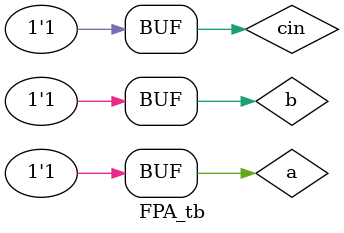
<source format=v>
`timescale 1ns/1ps
module FA_Dataflow(a,b,cin,sum,cout);
    input a,b,cin;
    output sum,cout;
    always @(*) 
    begin
        sum=a^b^cin;
        cout=(a&b)|(b&cin)|(a&cin);
    end

endmodule

module FPA_tb;
    reg a,b;
    reg cin;
    wire sum;
    wire cout;

    
    FA_Dataflow DT(a,b,cin,sum,cout);
    
    initial begin
    
        #0   a=0;b=0;cin=0;
        #10  a=0;b=0;cin=1;
        #10  a=0;b=1;cin=0;
        #10  a=0;b=1;cin=1;
        #10  a=1;b=0;cin=0;
        #10  a=1;b=0;cin=1;
        #10  a=1;b=1;cin=0;
        #10  a=1;b=1;cin=1;

    end
    
    initial begin
        $monitor("%d: a=%b b=%b cin=%b sum=%b cout=%b",$time,a,b,cin,sum,cout);
        $dumpfile("FA_Dataflow.vcd");
        $dumpvars(0,FPA_tb);
    end
endmodule

</source>
